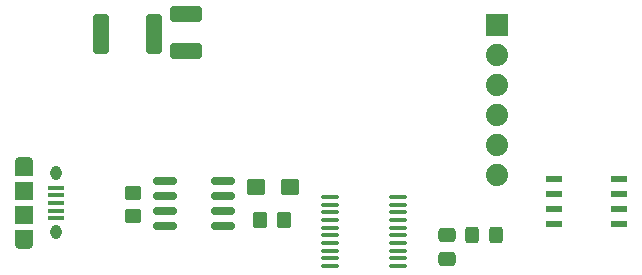
<source format=gbr>
%TF.GenerationSoftware,KiCad,Pcbnew,6.0.11-2627ca5db0~126~ubuntu22.04.1*%
%TF.CreationDate,2023-02-28T17:01:24-05:00*%
%TF.ProjectId,canbus-ds1820,63616e62-7573-42d6-9473-313832302e6b,1.0*%
%TF.SameCoordinates,Original*%
%TF.FileFunction,Paste,Top*%
%TF.FilePolarity,Positive*%
%FSLAX46Y46*%
G04 Gerber Fmt 4.6, Leading zero omitted, Abs format (unit mm)*
G04 Created by KiCad (PCBNEW 6.0.11-2627ca5db0~126~ubuntu22.04.1) date 2023-02-28 17:01:24*
%MOMM*%
%LPD*%
G01*
G04 APERTURE LIST*
G04 Aperture macros list*
%AMRoundRect*
0 Rectangle with rounded corners*
0 $1 Rounding radius*
0 $2 $3 $4 $5 $6 $7 $8 $9 X,Y pos of 4 corners*
0 Add a 4 corners polygon primitive as box body*
4,1,4,$2,$3,$4,$5,$6,$7,$8,$9,$2,$3,0*
0 Add four circle primitives for the rounded corners*
1,1,$1+$1,$2,$3*
1,1,$1+$1,$4,$5*
1,1,$1+$1,$6,$7*
1,1,$1+$1,$8,$9*
0 Add four rect primitives between the rounded corners*
20,1,$1+$1,$2,$3,$4,$5,0*
20,1,$1+$1,$4,$5,$6,$7,0*
20,1,$1+$1,$6,$7,$8,$9,0*
20,1,$1+$1,$8,$9,$2,$3,0*%
G04 Aperture macros list end*
%ADD10R,1.460500X0.533400*%
%ADD11RoundRect,0.250000X0.450000X-0.350000X0.450000X0.350000X-0.450000X0.350000X-0.450000X-0.350000X0*%
%ADD12RoundRect,0.250000X-0.475000X0.337500X-0.475000X-0.337500X0.475000X-0.337500X0.475000X0.337500X0*%
%ADD13RoundRect,0.250000X-0.350000X-0.450000X0.350000X-0.450000X0.350000X0.450000X-0.350000X0.450000X0*%
%ADD14R,1.879600X1.879600*%
%ADD15C,1.879600*%
%ADD16RoundRect,0.250000X-0.400000X-1.450000X0.400000X-1.450000X0.400000X1.450000X-0.400000X1.450000X0*%
%ADD17RoundRect,0.250000X-0.537500X-0.425000X0.537500X-0.425000X0.537500X0.425000X-0.537500X0.425000X0*%
%ADD18RoundRect,0.250000X1.100000X-0.412500X1.100000X0.412500X-1.100000X0.412500X-1.100000X-0.412500X0*%
%ADD19RoundRect,0.100000X0.637500X0.100000X-0.637500X0.100000X-0.637500X-0.100000X0.637500X-0.100000X0*%
%ADD20O,1.550000X0.890000*%
%ADD21O,0.950000X1.250000*%
%ADD22R,1.350000X0.400000*%
%ADD23R,1.550000X1.500000*%
%ADD24R,1.550000X1.200000*%
%ADD25RoundRect,0.250000X-0.325000X-0.450000X0.325000X-0.450000X0.325000X0.450000X-0.325000X0.450000X0*%
%ADD26RoundRect,0.150000X0.825000X0.150000X-0.825000X0.150000X-0.825000X-0.150000X0.825000X-0.150000X0*%
G04 APERTURE END LIST*
D10*
%TO.C,U4*%
X101376700Y-84030000D03*
X101376700Y-85300000D03*
X101376700Y-86570000D03*
X101376700Y-87840000D03*
X106825000Y-87840000D03*
X106825000Y-86570000D03*
X106825000Y-85300000D03*
X106825000Y-84030000D03*
%TD*%
D11*
%TO.C,R5*%
X65700000Y-87200000D03*
X65700000Y-85200000D03*
%TD*%
D12*
%TO.C,C5*%
X92325000Y-88762500D03*
X92325000Y-90837500D03*
%TD*%
D13*
%TO.C,R4*%
X76475000Y-87525000D03*
X78475000Y-87525000D03*
%TD*%
D14*
%TO.C,J3*%
X96500000Y-70990000D03*
D15*
X96500000Y-73530000D03*
X96500000Y-76070000D03*
X96500000Y-78610000D03*
X96500000Y-81150000D03*
X96500000Y-83690000D03*
%TD*%
D16*
%TO.C,F1*%
X63000000Y-71775000D03*
X67450000Y-71775000D03*
%TD*%
D17*
%TO.C,C6*%
X76100000Y-84725000D03*
X78975000Y-84725000D03*
%TD*%
D18*
%TO.C,C3*%
X70225000Y-73175000D03*
X70225000Y-70050000D03*
%TD*%
D19*
%TO.C,U2*%
X88125000Y-91400000D03*
X88125000Y-90750000D03*
X88125000Y-90100000D03*
X88125000Y-89450000D03*
X88125000Y-88800000D03*
X88125000Y-88150000D03*
X88125000Y-87500000D03*
X88125000Y-86850000D03*
X88125000Y-86200000D03*
X88125000Y-85550000D03*
X82400000Y-85550000D03*
X82400000Y-86200000D03*
X82400000Y-86850000D03*
X82400000Y-87500000D03*
X82400000Y-88150000D03*
X82400000Y-88800000D03*
X82400000Y-89450000D03*
X82400000Y-90100000D03*
X82400000Y-90750000D03*
X82400000Y-91400000D03*
%TD*%
D20*
%TO.C,J1*%
X56510000Y-89550000D03*
D21*
X59210000Y-88550000D03*
D20*
X56510000Y-82550000D03*
D21*
X59210000Y-83550000D03*
D22*
X59210000Y-84750000D03*
X59210000Y-85400000D03*
X59210000Y-86050000D03*
X59210000Y-86700000D03*
X59210000Y-87350000D03*
D23*
X56510000Y-87050000D03*
X56510000Y-85050000D03*
D24*
X56510000Y-88950000D03*
X56510000Y-83150000D03*
%TD*%
D25*
%TO.C,FB1*%
X94400000Y-88775000D03*
X96450000Y-88775000D03*
%TD*%
D26*
%TO.C,U5*%
X73325000Y-88015000D03*
X73325000Y-86745000D03*
X73325000Y-85475000D03*
X73325000Y-84205000D03*
X68375000Y-84205000D03*
X68375000Y-85475000D03*
X68375000Y-86745000D03*
X68375000Y-88015000D03*
%TD*%
M02*

</source>
